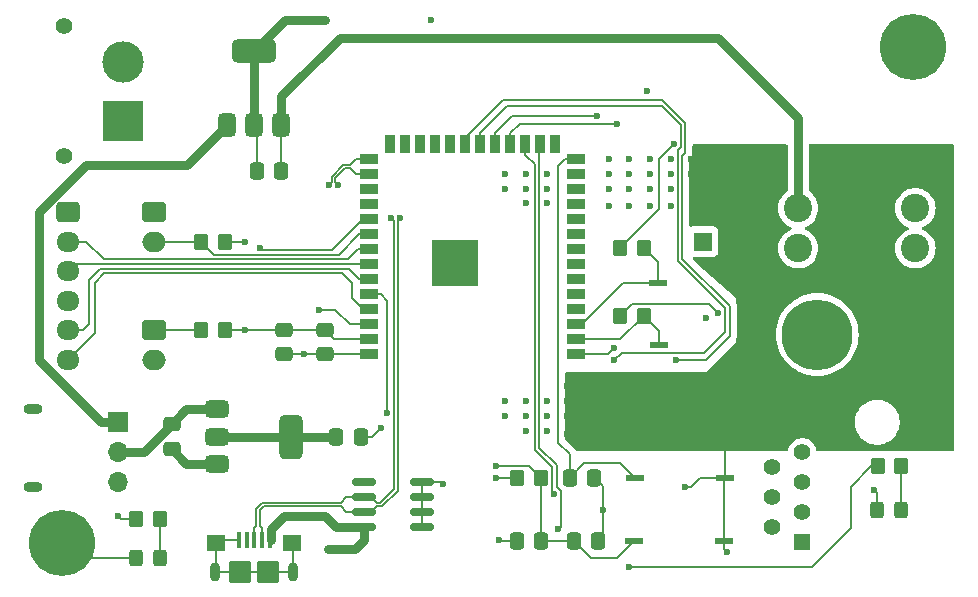
<source format=gbl>
%TF.GenerationSoftware,KiCad,Pcbnew,8.0.3-8.0.3-0~ubuntu22.04.1*%
%TF.CreationDate,2024-07-07T00:06:26-04:00*%
%TF.ProjectId,arm_drive_jl,61726d5f-6472-4697-9665-5f6a6c2e6b69,rev?*%
%TF.SameCoordinates,Original*%
%TF.FileFunction,Copper,L4,Bot*%
%TF.FilePolarity,Positive*%
%FSLAX46Y46*%
G04 Gerber Fmt 4.6, Leading zero omitted, Abs format (unit mm)*
G04 Created by KiCad (PCBNEW 8.0.3-8.0.3-0~ubuntu22.04.1) date 2024-07-07 00:06:26*
%MOMM*%
%LPD*%
G01*
G04 APERTURE LIST*
G04 Aperture macros list*
%AMRoundRect*
0 Rectangle with rounded corners*
0 $1 Rounding radius*
0 $2 $3 $4 $5 $6 $7 $8 $9 X,Y pos of 4 corners*
0 Add a 4 corners polygon primitive as box body*
4,1,4,$2,$3,$4,$5,$6,$7,$8,$9,$2,$3,0*
0 Add four circle primitives for the rounded corners*
1,1,$1+$1,$2,$3*
1,1,$1+$1,$4,$5*
1,1,$1+$1,$6,$7*
1,1,$1+$1,$8,$9*
0 Add four rect primitives between the rounded corners*
20,1,$1+$1,$2,$3,$4,$5,0*
20,1,$1+$1,$4,$5,$6,$7,0*
20,1,$1+$1,$6,$7,$8,$9,0*
20,1,$1+$1,$8,$9,$2,$3,0*%
G04 Aperture macros list end*
%TA.AperFunction,ComponentPad*%
%ADD10RoundRect,0.250000X-0.725000X0.600000X-0.725000X-0.600000X0.725000X-0.600000X0.725000X0.600000X0*%
%TD*%
%TA.AperFunction,ComponentPad*%
%ADD11O,1.950000X1.700000*%
%TD*%
%TA.AperFunction,ComponentPad*%
%ADD12RoundRect,0.250000X-0.750000X0.600000X-0.750000X-0.600000X0.750000X-0.600000X0.750000X0.600000X0*%
%TD*%
%TA.AperFunction,ComponentPad*%
%ADD13O,2.000000X1.700000*%
%TD*%
%TA.AperFunction,ComponentPad*%
%ADD14O,1.600000X0.900000*%
%TD*%
%TA.AperFunction,SMDPad,CuDef*%
%ADD15RoundRect,0.375000X0.375000X-0.625000X0.375000X0.625000X-0.375000X0.625000X-0.375000X-0.625000X0*%
%TD*%
%TA.AperFunction,SMDPad,CuDef*%
%ADD16RoundRect,0.500000X1.400000X-0.500000X1.400000X0.500000X-1.400000X0.500000X-1.400000X-0.500000X0*%
%TD*%
%TA.AperFunction,SMDPad,CuDef*%
%ADD17R,1.511300X0.609600*%
%TD*%
%TA.AperFunction,SMDPad,CuDef*%
%ADD18RoundRect,0.250000X-0.325000X-0.450000X0.325000X-0.450000X0.325000X0.450000X-0.325000X0.450000X0*%
%TD*%
%TA.AperFunction,SMDPad,CuDef*%
%ADD19RoundRect,0.150000X-0.825000X-0.150000X0.825000X-0.150000X0.825000X0.150000X-0.825000X0.150000X0*%
%TD*%
%TA.AperFunction,SMDPad,CuDef*%
%ADD20RoundRect,0.250000X0.350000X0.450000X-0.350000X0.450000X-0.350000X-0.450000X0.350000X-0.450000X0*%
%TD*%
%TA.AperFunction,SMDPad,CuDef*%
%ADD21RoundRect,0.250000X-0.350000X-0.450000X0.350000X-0.450000X0.350000X0.450000X-0.350000X0.450000X0*%
%TD*%
%TA.AperFunction,SMDPad,CuDef*%
%ADD22RoundRect,0.250000X-0.337500X-0.475000X0.337500X-0.475000X0.337500X0.475000X-0.337500X0.475000X0*%
%TD*%
%TA.AperFunction,ComponentPad*%
%ADD23C,1.400000*%
%TD*%
%TA.AperFunction,ComponentPad*%
%ADD24R,3.500000X3.500000*%
%TD*%
%TA.AperFunction,ComponentPad*%
%ADD25C,3.500000*%
%TD*%
%TA.AperFunction,ComponentPad*%
%ADD26R,1.600000X1.600000*%
%TD*%
%TA.AperFunction,ComponentPad*%
%ADD27C,1.600000*%
%TD*%
%TA.AperFunction,SMDPad,CuDef*%
%ADD28RoundRect,0.250000X-0.475000X0.337500X-0.475000X-0.337500X0.475000X-0.337500X0.475000X0.337500X0*%
%TD*%
%TA.AperFunction,ComponentPad*%
%ADD29C,2.400000*%
%TD*%
%TA.AperFunction,ComponentPad*%
%ADD30RoundRect,1.500000X1.500000X1.500000X-1.500000X1.500000X-1.500000X-1.500000X1.500000X-1.500000X0*%
%TD*%
%TA.AperFunction,ComponentPad*%
%ADD31C,6.000000*%
%TD*%
%TA.AperFunction,ComponentPad*%
%ADD32C,3.600000*%
%TD*%
%TA.AperFunction,ConnectorPad*%
%ADD33C,5.600000*%
%TD*%
%TA.AperFunction,SMDPad,CuDef*%
%ADD34RoundRect,0.250000X0.337500X0.475000X-0.337500X0.475000X-0.337500X-0.475000X0.337500X-0.475000X0*%
%TD*%
%TA.AperFunction,ComponentPad*%
%ADD35R,1.408000X1.408000*%
%TD*%
%TA.AperFunction,ComponentPad*%
%ADD36C,1.408000*%
%TD*%
%TA.AperFunction,SMDPad,CuDef*%
%ADD37RoundRect,0.375000X-0.625000X-0.375000X0.625000X-0.375000X0.625000X0.375000X-0.625000X0.375000X0*%
%TD*%
%TA.AperFunction,SMDPad,CuDef*%
%ADD38RoundRect,0.500000X-0.500000X-1.400000X0.500000X-1.400000X0.500000X1.400000X-0.500000X1.400000X0*%
%TD*%
%TA.AperFunction,ComponentPad*%
%ADD39R,1.700000X1.700000*%
%TD*%
%TA.AperFunction,ComponentPad*%
%ADD40O,1.700000X1.700000*%
%TD*%
%TA.AperFunction,SMDPad,CuDef*%
%ADD41RoundRect,0.100000X0.100000X0.575000X-0.100000X0.575000X-0.100000X-0.575000X0.100000X-0.575000X0*%
%TD*%
%TA.AperFunction,ComponentPad*%
%ADD42O,0.900000X1.600000*%
%TD*%
%TA.AperFunction,SMDPad,CuDef*%
%ADD43RoundRect,0.250000X0.550000X0.450000X-0.550000X0.450000X-0.550000X-0.450000X0.550000X-0.450000X0*%
%TD*%
%TA.AperFunction,SMDPad,CuDef*%
%ADD44RoundRect,0.250000X0.700000X0.700000X-0.700000X0.700000X-0.700000X-0.700000X0.700000X-0.700000X0*%
%TD*%
%TA.AperFunction,SMDPad,CuDef*%
%ADD45R,1.500000X0.900000*%
%TD*%
%TA.AperFunction,SMDPad,CuDef*%
%ADD46R,0.900000X1.500000*%
%TD*%
%TA.AperFunction,SMDPad,CuDef*%
%ADD47R,3.900000X3.900000*%
%TD*%
%TA.AperFunction,ViaPad*%
%ADD48C,0.600000*%
%TD*%
%TA.AperFunction,Conductor*%
%ADD49C,0.200000*%
%TD*%
%TA.AperFunction,Conductor*%
%ADD50C,0.750000*%
%TD*%
%TA.AperFunction,Conductor*%
%ADD51C,0.155814*%
%TD*%
G04 APERTURE END LIST*
D10*
%TO.P,J2,1*%
%TO.N,Net-(J6-VBUS)*%
X41500000Y-55000000D03*
D11*
%TO.P,J2,2*%
%TO.N,SCK*%
X41500000Y-57500000D03*
%TO.P,J2,3*%
%TO.N,MOSI*%
X41500000Y-60000000D03*
%TO.P,J2,4*%
%TO.N,GND*%
X41500000Y-62500000D03*
%TO.P,J2,5*%
%TO.N,MISO*%
X41500000Y-65000000D03*
%TO.P,J2,6*%
%TO.N,CS_ENC_J0*%
X41500000Y-67500000D03*
%TD*%
D12*
%TO.P,J8,1*%
%TO.N,GND*%
X48725000Y-55000000D03*
D13*
%TO.P,J8,2*%
%TO.N,LS_RIGHT*%
X48725000Y-57500000D03*
%TD*%
D14*
%TO.P,J6,6,Shield*%
%TO.N,GND*%
X38500000Y-78275000D03*
X38500000Y-71675000D03*
%TD*%
D15*
%TO.P,U6,1,INPUT*%
%TO.N,+24V*%
X59550000Y-47650000D03*
%TO.P,U6,2,GND*%
%TO.N,GND*%
X57250000Y-47650000D03*
D16*
X57250000Y-41350000D03*
D15*
%TO.P,U6,3,OUTPUT*%
%TO.N,Net-(JP1-A)*%
X54950000Y-47650000D03*
%TD*%
D17*
%TO.P,SW1,1*%
%TO.N,GND*%
X97107300Y-77500000D03*
%TO.P,SW1,2*%
%TO.N,GPIO_0*%
X89500000Y-77500000D03*
%TD*%
D18*
%TO.P,D2,1,K*%
%TO.N,GND*%
X47225000Y-84250000D03*
%TO.P,D2,2,A*%
%TO.N,Net-(D2-A)*%
X49275000Y-84250000D03*
%TD*%
D19*
%TO.P,U3,1*%
%TO.N,+5V_USB*%
X66525000Y-81655000D03*
%TO.P,U3,2*%
%TO.N,USB_N*%
X66525000Y-80385000D03*
%TO.P,U3,3*%
%TO.N,USB_P*%
X66525000Y-79115000D03*
%TO.P,U3,4*%
%TO.N,unconnected-(U3-Pad4)*%
X66525000Y-77845000D03*
%TO.P,U3,5*%
%TO.N,GND*%
X71475000Y-77845000D03*
%TO.P,U3,6*%
X71475000Y-79115000D03*
%TO.P,U3,7*%
X71475000Y-80385000D03*
%TO.P,U3,8*%
X71475000Y-81655000D03*
%TD*%
D20*
%TO.P,R2,1*%
%TO.N,PB_RIGHT_JL*%
X90250000Y-63750000D03*
%TO.P,R2,2*%
%TO.N,+3.3V*%
X88250000Y-63750000D03*
%TD*%
D21*
%TO.P,R10,1*%
%TO.N,+3.3V*%
X79500000Y-77500000D03*
%TO.P,R10,2*%
%TO.N,EN_PB*%
X81500000Y-77500000D03*
%TD*%
D22*
%TO.P,C22,1*%
%TO.N,+3.3V*%
X64212500Y-74000000D03*
%TO.P,C22,2*%
%TO.N,GND*%
X66287500Y-74000000D03*
%TD*%
D17*
%TO.P,SW2,1*%
%TO.N,GND*%
X97053650Y-82800000D03*
%TO.P,SW2,2*%
%TO.N,EN_PB*%
X89446350Y-82800000D03*
%TD*%
D23*
%TO.P,J5,*%
%TO.N,*%
X41150000Y-50250000D03*
X41150000Y-39250000D03*
D24*
%TO.P,J5,1,-*%
%TO.N,J1-*%
X46150000Y-47250000D03*
D25*
%TO.P,J5,2,+*%
%TO.N,J1+*%
X46150000Y-42250000D03*
%TD*%
D26*
%TO.P,C3,1*%
%TO.N,+24V*%
X95250000Y-57500000D03*
D27*
%TO.P,C3,2*%
%TO.N,GND*%
X95250000Y-54000000D03*
%TD*%
D21*
%TO.P,R15,1*%
%TO.N,LS_LEFT*%
X52750000Y-65000000D03*
%TO.P,R15,2*%
%TO.N,+3.3V*%
X54750000Y-65000000D03*
%TD*%
%TO.P,R1,1*%
%TO.N,+3.3V*%
X88250000Y-58000000D03*
%TO.P,R1,2*%
%TO.N,PB_LEFT_JL*%
X90250000Y-58000000D03*
%TD*%
D28*
%TO.P,C14,1*%
%TO.N,+3.3V*%
X59750000Y-64962500D03*
%TO.P,C14,2*%
%TO.N,GND*%
X59750000Y-67037500D03*
%TD*%
D29*
%TO.P,F1,1*%
%TO.N,+24V*%
X103310000Y-54662500D03*
X103310000Y-58062500D03*
%TO.P,F1,2*%
%TO.N,Net-(J4-+)*%
X113230000Y-54662500D03*
X113230000Y-58062500D03*
%TD*%
D12*
%TO.P,J7,1*%
%TO.N,LS_LEFT*%
X48750000Y-65000000D03*
D13*
%TO.P,J7,2*%
%TO.N,GND*%
X48750000Y-67500000D03*
%TD*%
D28*
%TO.P,C21,1*%
%TO.N,+5V*%
X50250000Y-72962500D03*
%TO.P,C21,2*%
%TO.N,GND*%
X50250000Y-75037500D03*
%TD*%
D30*
%TO.P,J4,1,-*%
%TO.N,GND*%
X112120000Y-65362500D03*
D31*
%TO.P,J4,2,+*%
%TO.N,Net-(J4-+)*%
X104920000Y-65362500D03*
%TD*%
D32*
%TO.P,H2,1,1*%
%TO.N,GND*%
X41000000Y-83000000D03*
D33*
X41000000Y-83000000D03*
%TD*%
D32*
%TO.P,H1,1,1*%
%TO.N,GND*%
X113000000Y-41000000D03*
D33*
X113000000Y-41000000D03*
%TD*%
D34*
%TO.P,C2,1*%
%TO.N,GND*%
X86375000Y-82800000D03*
%TO.P,C2,2*%
%TO.N,EN_PB*%
X84300000Y-82800000D03*
%TD*%
D35*
%TO.P,J3,1*%
%TO.N,CANH*%
X103650000Y-82945000D03*
D36*
%TO.P,J3,2*%
%TO.N,CANL*%
X101110000Y-81675000D03*
%TO.P,J3,3*%
%TO.N,unconnected-(J3-Pad3)*%
X103650000Y-80405000D03*
%TO.P,J3,4*%
%TO.N,unconnected-(J3-Pad4)*%
X101110000Y-79135000D03*
%TO.P,J3,5*%
%TO.N,unconnected-(J3-Pad5)*%
X103650000Y-77865000D03*
%TO.P,J3,6*%
%TO.N,unconnected-(J3-Pad6)*%
X101110000Y-76595000D03*
%TO.P,J3,7*%
%TO.N,unconnected-(J3-Pad7)*%
X103650000Y-75325000D03*
%TO.P,J3,8*%
%TO.N,GND*%
X101110000Y-74055000D03*
%TD*%
D20*
%TO.P,R11,1*%
%TO.N,Net-(D1-A)*%
X112025000Y-76500000D03*
%TO.P,R11,2*%
%TO.N,LED_BUILDIN*%
X110025000Y-76500000D03*
%TD*%
D17*
%TO.P,SW3,2*%
%TO.N,PB_LEFT_JL*%
X91446350Y-61000000D03*
%TO.P,SW3,1*%
%TO.N,GND*%
X99053650Y-61000000D03*
%TD*%
D37*
%TO.P,U7,3,INPUT*%
%TO.N,+5V*%
X54100000Y-71700000D03*
D38*
%TO.P,U7,2,OUTPUT*%
%TO.N,+3.3V*%
X60400000Y-74000000D03*
D37*
X54100000Y-74000000D03*
%TO.P,U7,1,GND*%
%TO.N,GND*%
X54100000Y-76300000D03*
%TD*%
D34*
%TO.P,C20,1*%
%TO.N,+24V*%
X59537500Y-51500000D03*
%TO.P,C20,2*%
%TO.N,GND*%
X57462500Y-51500000D03*
%TD*%
%TO.P,C16,1*%
%TO.N,EN_PB*%
X81537500Y-82800000D03*
%TO.P,C16,2*%
%TO.N,GND*%
X79462500Y-82800000D03*
%TD*%
D28*
%TO.P,C15,1*%
%TO.N,+3.3V*%
X63250000Y-64962500D03*
%TO.P,C15,2*%
%TO.N,GND*%
X63250000Y-67037500D03*
%TD*%
D18*
%TO.P,D1,1,K*%
%TO.N,GND*%
X109975000Y-80250000D03*
%TO.P,D1,2,A*%
%TO.N,Net-(D1-A)*%
X112025000Y-80250000D03*
%TD*%
D39*
%TO.P,JP1,1,A*%
%TO.N,Net-(JP1-A)*%
X45750000Y-72750000D03*
D40*
%TO.P,JP1,2,C*%
%TO.N,+5V*%
X45750000Y-75290000D03*
%TO.P,JP1,3,B*%
%TO.N,+5V_USB*%
X45750000Y-77830000D03*
%TD*%
D17*
%TO.P,SW4,1*%
%TO.N,GND*%
X99153650Y-66280000D03*
%TO.P,SW4,2*%
%TO.N,PB_RIGHT_JL*%
X91546350Y-66280000D03*
%TD*%
D34*
%TO.P,C1,1*%
%TO.N,GND*%
X86037500Y-77500000D03*
%TO.P,C1,2*%
%TO.N,GPIO_0*%
X83962500Y-77500000D03*
%TD*%
D20*
%TO.P,R14,1*%
%TO.N,Net-(D2-A)*%
X49250000Y-81000000D03*
%TO.P,R14,2*%
%TO.N,+3.3V*%
X47250000Y-81000000D03*
%TD*%
D21*
%TO.P,R5,1*%
%TO.N,LS_RIGHT*%
X52750000Y-57500000D03*
%TO.P,R5,2*%
%TO.N,+3.3V*%
X54750000Y-57500000D03*
%TD*%
D41*
%TO.P,J1,1,VBUS*%
%TO.N,+5V_USB*%
X58550000Y-82750000D03*
%TO.P,J1,2,D-*%
%TO.N,USB_N*%
X57900000Y-82750000D03*
%TO.P,J1,3,D+*%
%TO.N,USB_P*%
X57250000Y-82750000D03*
%TO.P,J1,4,ID*%
%TO.N,unconnected-(J1-ID-Pad4)*%
X56600000Y-82750000D03*
%TO.P,J1,5,GND*%
%TO.N,GND*%
X55950000Y-82750000D03*
D42*
%TO.P,J1,6,Shield*%
X60550000Y-85425000D03*
D43*
X60450000Y-82975000D03*
D44*
X58450000Y-85425000D03*
X56050000Y-85425000D03*
D43*
X54050000Y-82975000D03*
D42*
X53950000Y-85425000D03*
%TD*%
D45*
%TO.P,U4,1,GND*%
%TO.N,GND*%
X67000000Y-67010000D03*
%TO.P,U4,2,3V3*%
%TO.N,+3.3V*%
X67000000Y-65740000D03*
%TO.P,U4,3,EN*%
%TO.N,EN_PB*%
X67000000Y-64470000D03*
%TO.P,U4,4,IO4*%
%TO.N,CS_ENC_J0*%
X67000000Y-63200000D03*
%TO.P,U4,5,IO5*%
%TO.N,LED_BUILDIN*%
X67000000Y-61930000D03*
%TO.P,U4,6,IO6*%
%TO.N,MISO*%
X67000000Y-60660000D03*
%TO.P,U4,7,IO7*%
%TO.N,MOSI*%
X67000000Y-59390000D03*
%TO.P,U4,8,IO15*%
%TO.N,SCK*%
X67000000Y-58120000D03*
%TO.P,U4,9,IO16*%
%TO.N,LS_RIGHT*%
X67000000Y-56850000D03*
%TO.P,U4,10,IO17*%
%TO.N,LS_LEFT*%
X67000000Y-55580000D03*
%TO.P,U4,11,IO18*%
%TO.N,unconnected-(U4-IO18-Pad11)*%
X67000000Y-54310000D03*
%TO.P,U4,12,IO8*%
%TO.N,unconnected-(U4-IO8-Pad12)*%
X67000000Y-53040000D03*
%TO.P,U4,13,IO19*%
%TO.N,USB_N*%
X67000000Y-51770000D03*
%TO.P,U4,14,IO20*%
%TO.N,USB_P*%
X67000000Y-50500000D03*
D46*
%TO.P,U4,15,IO3*%
%TO.N,unconnected-(U4-IO3-Pad15)*%
X68765000Y-49250000D03*
%TO.P,U4,16,IO46*%
%TO.N,unconnected-(U4-IO46-Pad16)*%
X70035000Y-49250000D03*
%TO.P,U4,17,IO9*%
%TO.N,unconnected-(U4-IO9-Pad17)*%
X71305000Y-49250000D03*
%TO.P,U4,18,IO10*%
%TO.N,unconnected-(U4-IO10-Pad18)*%
X72575000Y-49250000D03*
%TO.P,U4,19,IO11*%
%TO.N,unconnected-(U4-IO11-Pad19)*%
X73845000Y-49250000D03*
%TO.P,U4,20,IO12*%
%TO.N,J1_IN_2*%
X75115000Y-49250000D03*
%TO.P,U4,21,IO13*%
%TO.N,J1_EN_2*%
X76385000Y-49250000D03*
%TO.P,U4,22,IO14*%
%TO.N,J1_EN_1*%
X77655000Y-49250000D03*
%TO.P,U4,23,IO21*%
%TO.N,J1_IN_1*%
X78925000Y-49250000D03*
%TO.P,U4,24,IO47*%
%TO.N,RXC*%
X80195000Y-49250000D03*
%TO.P,U4,25,IO48*%
%TO.N,TXC*%
X81465000Y-49250000D03*
%TO.P,U4,26,IO45*%
%TO.N,unconnected-(U4-IO45-Pad26)*%
X82735000Y-49250000D03*
D45*
%TO.P,U4,27,IO0*%
%TO.N,GPIO_0*%
X84500000Y-50500000D03*
%TO.P,U4,28,IO35*%
%TO.N,unconnected-(U4-IO35-Pad28)*%
X84500000Y-51770000D03*
%TO.P,U4,29,IO36*%
%TO.N,unconnected-(U4-IO36-Pad29)*%
X84500000Y-53040000D03*
%TO.P,U4,30,IO37*%
%TO.N,unconnected-(U4-IO37-Pad30)*%
X84500000Y-54310000D03*
%TO.P,U4,31,IO38*%
%TO.N,unconnected-(U4-IO38-Pad31)*%
X84500000Y-55580000D03*
%TO.P,U4,32,IO39*%
%TO.N,unconnected-(U4-IO39-Pad32)*%
X84500000Y-56850000D03*
%TO.P,U4,33,IO40*%
%TO.N,unconnected-(U4-IO40-Pad33)*%
X84500000Y-58120000D03*
%TO.P,U4,34,IO41*%
%TO.N,unconnected-(U4-IO41-Pad34)*%
X84500000Y-59390000D03*
%TO.P,U4,35,IO42*%
%TO.N,unconnected-(U4-IO42-Pad35)*%
X84500000Y-60660000D03*
%TO.P,U4,36,RXD0*%
%TO.N,unconnected-(U4-RXD0-Pad36)*%
X84500000Y-61930000D03*
%TO.P,U4,37,TXD0*%
%TO.N,unconnected-(U4-TXD0-Pad37)*%
X84500000Y-63200000D03*
%TO.P,U4,38,IO2*%
%TO.N,PB_LEFT_JL*%
X84500000Y-64470000D03*
%TO.P,U4,39,IO1*%
%TO.N,PB_RIGHT_JL*%
X84500000Y-65740000D03*
%TO.P,U4,40,GND*%
%TO.N,GND*%
X84500000Y-67010000D03*
D47*
%TO.P,U4,41,GND*%
X74250000Y-59290000D03*
%TD*%
D48*
%TO.N,GND*%
X109750000Y-78500000D03*
%TO.N,LED_BUILDIN*%
X89000000Y-85000000D03*
X68500000Y-72000000D03*
%TO.N,GND*%
X87750000Y-66500000D03*
X97250000Y-83750000D03*
X93750000Y-78250000D03*
X95500000Y-64000000D03*
%TO.N,TXC*%
X83000000Y-81850000D03*
%TO.N,RXC*%
X82625000Y-78875000D03*
%TO.N,GND*%
X75500000Y-60250000D03*
X73250000Y-78000000D03*
X78000000Y-82750000D03*
%TO.N,+3.3V*%
X77750000Y-77500000D03*
%TO.N,GND*%
X86750000Y-80250000D03*
X72250000Y-38750000D03*
%TO.N,LS_LEFT*%
X57750000Y-57990000D03*
%TO.N,+3.3V*%
X56500000Y-65000000D03*
X56500000Y-57500000D03*
X45750000Y-80750000D03*
X58500000Y-74000000D03*
X57250000Y-74000000D03*
X56000000Y-74000000D03*
%TO.N,GND*%
X51250000Y-76000000D03*
X52250000Y-76300000D03*
X61500000Y-67000000D03*
X68000000Y-73250000D03*
%TO.N,EN_PB*%
X77750000Y-76500000D03*
X62750000Y-63250000D03*
%TO.N,+3.3V*%
X96500000Y-63500000D03*
X92750000Y-49250000D03*
%TO.N,GND*%
X90500000Y-44750000D03*
%TO.N,J1_IN_1*%
X88000000Y-47500000D03*
%TO.N,J1_EN_1*%
X86250000Y-46850000D03*
%TO.N,J1_EN_2*%
X87750000Y-67500000D03*
%TO.N,J1_IN_2*%
X93000000Y-67500000D03*
%TO.N,GND*%
X102750000Y-71000000D03*
X102750000Y-72250000D03*
X101250000Y-69750000D03*
X101250000Y-71000000D03*
X101250000Y-72250000D03*
X99500000Y-69750000D03*
X99500000Y-71000000D03*
X99500000Y-72250000D03*
X99500000Y-73750000D03*
X94250000Y-73750000D03*
X96000000Y-73750000D03*
X96000000Y-72250000D03*
X94250000Y-72250000D03*
X83750000Y-71000000D03*
X94250000Y-69750000D03*
X85500000Y-72250000D03*
X92500000Y-72250000D03*
X87250000Y-72250000D03*
X85500000Y-69750000D03*
X82000000Y-71000000D03*
X87250000Y-73750000D03*
X90750000Y-73750000D03*
X92500000Y-73750000D03*
X89000000Y-73750000D03*
X83750000Y-69750000D03*
X83750000Y-73750000D03*
X78500000Y-72250000D03*
X80250000Y-71000000D03*
X92500000Y-69750000D03*
X89000000Y-72250000D03*
X90750000Y-71000000D03*
X89000000Y-71000000D03*
X78500000Y-71000000D03*
X96000000Y-69750000D03*
X80250000Y-72250000D03*
X85500000Y-73750000D03*
X97750000Y-73750000D03*
X89000000Y-69750000D03*
X97750000Y-71000000D03*
X92500000Y-71000000D03*
X97750000Y-72250000D03*
X87250000Y-69750000D03*
X90750000Y-72250000D03*
X82000000Y-72250000D03*
X87250000Y-71000000D03*
X82000000Y-73500000D03*
X85500000Y-71000000D03*
X80250000Y-73500000D03*
X83750000Y-72250000D03*
X96000000Y-71000000D03*
X94250000Y-71000000D03*
X90750000Y-69750000D03*
X97750000Y-69750000D03*
X92500000Y-54500000D03*
X89000000Y-54500000D03*
X87250000Y-54500000D03*
X90750000Y-54500000D03*
X97750000Y-54500000D03*
X99250000Y-53000000D03*
X97750000Y-50500000D03*
X90750000Y-50500000D03*
X89000000Y-50500000D03*
X92500000Y-50500000D03*
X87250000Y-50500000D03*
X96000000Y-50500000D03*
X94250000Y-50500000D03*
X97750000Y-51750000D03*
X96000000Y-51750000D03*
X94250000Y-51750000D03*
X97750000Y-53000000D03*
X92500000Y-51750000D03*
X89000000Y-53000000D03*
X90750000Y-51750000D03*
X89000000Y-51750000D03*
X90750000Y-53000000D03*
X92500000Y-53000000D03*
X87250000Y-51750000D03*
X87250000Y-53000000D03*
X80250000Y-54250000D03*
X82000000Y-54250000D03*
X82000000Y-53000000D03*
X80250000Y-53000000D03*
X78500000Y-53000000D03*
X82000000Y-51750000D03*
X80250000Y-51750000D03*
X78500000Y-51750000D03*
X60000000Y-38750000D03*
X61500000Y-38750000D03*
X63250000Y-38750000D03*
%TO.N,+5V_USB*%
X63500000Y-83500000D03*
X64750000Y-83500000D03*
%TO.N,USB_N*%
X64333775Y-52667597D03*
%TO.N,USB_P*%
X63581375Y-52667597D03*
%TO.N,USB_N*%
X69626200Y-55500000D03*
%TO.N,USB_P*%
X68873800Y-55500000D03*
%TD*%
D49*
%TO.N,GND*%
X109975000Y-78725000D02*
X109750000Y-78500000D01*
X109975000Y-80250000D02*
X109975000Y-78725000D01*
%TO.N,LED_BUILDIN*%
X89000000Y-85000000D02*
X104500000Y-85000000D01*
X104500000Y-85000000D02*
X107750000Y-81750000D01*
X107750000Y-81750000D02*
X107750000Y-78250000D01*
X107750000Y-78250000D02*
X109500000Y-76500000D01*
X109500000Y-76500000D02*
X110025000Y-76500000D01*
%TO.N,Net-(D1-A)*%
X112025000Y-76500000D02*
X112025000Y-80250000D01*
%TO.N,LED_BUILDIN*%
X67000000Y-61930000D02*
X67950000Y-61930000D01*
X67950000Y-61930000D02*
X68500000Y-62480000D01*
X68500000Y-62480000D02*
X68500000Y-72000000D01*
%TO.N,GND*%
X60550000Y-85425000D02*
X60550000Y-83075000D01*
X60550000Y-83075000D02*
X60450000Y-82975000D01*
X58450000Y-85425000D02*
X60550000Y-85425000D01*
X56050000Y-85425000D02*
X58450000Y-85425000D01*
X53950000Y-85425000D02*
X56050000Y-85425000D01*
X54050000Y-82975000D02*
X54050000Y-85325000D01*
X54050000Y-85325000D02*
X53950000Y-85425000D01*
X55950000Y-82750000D02*
X54275000Y-82750000D01*
X54275000Y-82750000D02*
X54050000Y-82975000D01*
D50*
%TO.N,+5V_USB*%
X59750000Y-80750000D02*
X58675000Y-81825000D01*
X58675000Y-81825000D02*
X58675000Y-82750000D01*
D51*
%TO.N,USB_N*%
X64581606Y-79904107D02*
X58063835Y-79904107D01*
X65062499Y-80385000D02*
X64581606Y-79904107D01*
%TO.N,USB_P*%
X57420893Y-80111165D02*
X57420893Y-81566606D01*
X57250000Y-81737499D02*
X57250000Y-82750000D01*
%TO.N,USB_N*%
X66525000Y-80385000D02*
X65062499Y-80385000D01*
%TO.N,USB_P*%
X57420893Y-81566606D02*
X57250000Y-81737499D01*
%TO.N,USB_N*%
X58063835Y-79904107D02*
X57729107Y-80238835D01*
X57729107Y-81566606D02*
X57900000Y-81737499D01*
X57729107Y-80238835D02*
X57729107Y-81566606D01*
%TO.N,USB_P*%
X57936165Y-79595893D02*
X57420893Y-80111165D01*
X64581606Y-79595893D02*
X57936165Y-79595893D01*
X65062499Y-79115000D02*
X64581606Y-79595893D01*
%TO.N,USB_N*%
X57900000Y-81737499D02*
X57900000Y-82750000D01*
%TO.N,USB_P*%
X66525000Y-79115000D02*
X65062499Y-79115000D01*
D50*
%TO.N,+5V_USB*%
X66525000Y-81655000D02*
X64155000Y-81655000D01*
X64155000Y-81655000D02*
X63250000Y-80750000D01*
X63250000Y-80750000D02*
X59750000Y-80750000D01*
D49*
%TO.N,J1_IN_2*%
X75115000Y-49250000D02*
X75115000Y-48720000D01*
X75115000Y-48720000D02*
X78335000Y-45500000D01*
X93500000Y-58934314D02*
X97500000Y-62934314D01*
X78335000Y-45500000D02*
X91815686Y-45500000D01*
X91815686Y-45500000D02*
X93750000Y-47434314D01*
X93500000Y-50251471D02*
X93500000Y-58934314D01*
X95500000Y-67500000D02*
X93000000Y-67500000D01*
X93750000Y-47434314D02*
X93750000Y-50001471D01*
X93750000Y-50001471D02*
X93500000Y-50251471D01*
X97500000Y-62934314D02*
X97500000Y-65500000D01*
X97500000Y-65500000D02*
X95500000Y-67500000D01*
%TO.N,J1_EN_2*%
X76385000Y-49250000D02*
X76385000Y-48300000D01*
X76385000Y-48300000D02*
X78685000Y-46000000D01*
X78685000Y-46000000D02*
X91750000Y-46000000D01*
X91750000Y-46000000D02*
X93350000Y-47600000D01*
X93350000Y-47600000D02*
X93350000Y-49498529D01*
X93350000Y-49498529D02*
X93100000Y-49748529D01*
X93100000Y-49748529D02*
X93100000Y-59100000D01*
X93100000Y-59100000D02*
X97100000Y-63100000D01*
X97100000Y-63100000D02*
X97100000Y-65150000D01*
X88350000Y-66900000D02*
X87750000Y-67500000D01*
X97100000Y-65150000D02*
X95350000Y-66900000D01*
X95350000Y-66900000D02*
X88350000Y-66900000D01*
%TO.N,GND*%
X87240000Y-67010000D02*
X87750000Y-66500000D01*
X84500000Y-67010000D02*
X87240000Y-67010000D01*
X97053650Y-82800000D02*
X97053650Y-83553650D01*
X97053650Y-83553650D02*
X97250000Y-83750000D01*
X93750000Y-78250000D02*
X94250000Y-78250000D01*
X94250000Y-78250000D02*
X95000000Y-77500000D01*
X95000000Y-77500000D02*
X97107300Y-77500000D01*
%TO.N,RXC*%
X82625000Y-78875000D02*
X82500000Y-78750000D01*
X82500000Y-78750000D02*
X82500000Y-76601471D01*
X82500000Y-76601471D02*
X81000000Y-75101471D01*
X81000000Y-75101471D02*
X81000000Y-50950735D01*
X81000000Y-50950735D02*
X80195000Y-50145735D01*
X80195000Y-50145735D02*
X80195000Y-49250000D01*
%TO.N,TXC*%
X83000000Y-81850000D02*
X83225000Y-81625000D01*
X83225000Y-81625000D02*
X83225000Y-78626471D01*
X83225000Y-78626471D02*
X82900000Y-78301471D01*
X82900000Y-78301471D02*
X82900000Y-76435785D01*
X82900000Y-76435785D02*
X81400000Y-74935785D01*
X81400000Y-74935785D02*
X81400000Y-49315000D01*
X81400000Y-49315000D02*
X81465000Y-49250000D01*
%TO.N,GPIO_0*%
X84500000Y-50500000D02*
X83550000Y-50500000D01*
X83550000Y-50500000D02*
X83000000Y-51050000D01*
X84000000Y-77462500D02*
X83962500Y-77500000D01*
X83000000Y-51050000D02*
X83000000Y-74500000D01*
X83000000Y-74500000D02*
X84000000Y-75500000D01*
X84000000Y-75500000D02*
X84000000Y-77462500D01*
%TO.N,GND*%
X71475000Y-80385000D02*
X71475000Y-81655000D01*
X71475000Y-79115000D02*
X71475000Y-80385000D01*
X71475000Y-77845000D02*
X71475000Y-79115000D01*
X73095000Y-77845000D02*
X73250000Y-78000000D01*
X71475000Y-77845000D02*
X73095000Y-77845000D01*
%TO.N,GPIO_0*%
X83962500Y-77500000D02*
X85212500Y-76250000D01*
X85212500Y-76250000D02*
X88250000Y-76250000D01*
X88250000Y-76250000D02*
X89500000Y-77500000D01*
%TO.N,GND*%
X78050000Y-82800000D02*
X78000000Y-82750000D01*
X79462500Y-82800000D02*
X78050000Y-82800000D01*
%TO.N,+3.3V*%
X79500000Y-77500000D02*
X77750000Y-77500000D01*
%TO.N,GND*%
X97107300Y-77500000D02*
X97107300Y-77642700D01*
X97107300Y-77642700D02*
X97053650Y-77696350D01*
X97053650Y-77696350D02*
X97053650Y-82800000D01*
X97750000Y-73750000D02*
X97107300Y-74392700D01*
X97107300Y-74392700D02*
X97107300Y-77500000D01*
%TO.N,EN_PB*%
X84300000Y-82800000D02*
X85750000Y-84250000D01*
X85750000Y-84250000D02*
X87996350Y-84250000D01*
X87996350Y-84250000D02*
X89446350Y-82800000D01*
%TO.N,GND*%
X86375000Y-82800000D02*
X86750000Y-82425000D01*
X86750000Y-78212500D02*
X86037500Y-77500000D01*
X86750000Y-82425000D02*
X86750000Y-78212500D01*
%TO.N,EN_PB*%
X81537500Y-82800000D02*
X84300000Y-82800000D01*
X81500000Y-77500000D02*
X81500000Y-77750000D01*
X81500000Y-77750000D02*
X81537500Y-77787500D01*
X81537500Y-77787500D02*
X81537500Y-82800000D01*
%TO.N,GND*%
X57462500Y-51500000D02*
X57462500Y-47862500D01*
X57462500Y-47862500D02*
X57250000Y-47650000D01*
%TO.N,+24V*%
X59550000Y-47650000D02*
X59550000Y-48200000D01*
X59550000Y-48200000D02*
X59537500Y-48212500D01*
X59537500Y-48212500D02*
X59537500Y-51500000D01*
%TO.N,CS_ENC_J0*%
X41500000Y-67500000D02*
X43750000Y-65250000D01*
X43750000Y-65250000D02*
X43750000Y-61000000D01*
X66470000Y-63200000D02*
X67000000Y-63200000D01*
X43750000Y-61000000D02*
X44560000Y-60190000D01*
X44560000Y-60190000D02*
X64690000Y-60190000D01*
X65500000Y-62230000D02*
X66470000Y-63200000D01*
X64690000Y-60190000D02*
X65500000Y-61000000D01*
X65500000Y-61000000D02*
X65500000Y-62230000D01*
%TO.N,LS_LEFT*%
X57750000Y-57990000D02*
X57950000Y-58190000D01*
X57950000Y-58190000D02*
X63810000Y-58190000D01*
X63810000Y-58190000D02*
X66420000Y-55580000D01*
X66420000Y-55580000D02*
X67000000Y-55580000D01*
%TO.N,LS_RIGHT*%
X52750000Y-57500000D02*
X53840000Y-58590000D01*
X53840000Y-58590000D02*
X64410000Y-58590000D01*
X64410000Y-58590000D02*
X66150000Y-56850000D01*
X66150000Y-56850000D02*
X67000000Y-56850000D01*
%TO.N,SCK*%
X67000000Y-58120000D02*
X66050000Y-58120000D01*
X66050000Y-58120000D02*
X65180000Y-58990000D01*
X65180000Y-58990000D02*
X44490000Y-58990000D01*
X44490000Y-58990000D02*
X43000000Y-57500000D01*
X43000000Y-57500000D02*
X41500000Y-57500000D01*
%TO.N,MISO*%
X67000000Y-60660000D02*
X66160000Y-60660000D01*
X66160000Y-60660000D02*
X65290000Y-59790000D01*
X65290000Y-59790000D02*
X44210000Y-59790000D01*
X44210000Y-59790000D02*
X43250000Y-60750000D01*
X43250000Y-60750000D02*
X43250000Y-64500000D01*
X43250000Y-64500000D02*
X42750000Y-65000000D01*
X42750000Y-65000000D02*
X41500000Y-65000000D01*
%TO.N,LS_LEFT*%
X52750000Y-65000000D02*
X48750000Y-65000000D01*
%TO.N,+3.3V*%
X54750000Y-57500000D02*
X56500000Y-57500000D01*
%TO.N,LS_RIGHT*%
X48725000Y-57500000D02*
X52750000Y-57500000D01*
%TO.N,GND*%
X47225000Y-84250000D02*
X42250000Y-84250000D01*
X42250000Y-84250000D02*
X41000000Y-83000000D01*
%TO.N,Net-(D2-A)*%
X49250000Y-81000000D02*
X49250000Y-84225000D01*
X49250000Y-84225000D02*
X49275000Y-84250000D01*
%TO.N,+3.3V*%
X46000000Y-81000000D02*
X45750000Y-80750000D01*
X47250000Y-81000000D02*
X46000000Y-81000000D01*
D50*
%TO.N,GND*%
X50250000Y-75037500D02*
X51512500Y-76300000D01*
X51512500Y-76300000D02*
X54100000Y-76300000D01*
%TO.N,+5V*%
X45750000Y-75290000D02*
X47922500Y-75290000D01*
X47922500Y-75290000D02*
X50250000Y-72962500D01*
X54100000Y-71700000D02*
X51512500Y-71700000D01*
X51512500Y-71700000D02*
X50250000Y-72962500D01*
%TO.N,+3.3V*%
X60400000Y-74000000D02*
X64212500Y-74000000D01*
X54100000Y-74000000D02*
X60400000Y-74000000D01*
D49*
%TO.N,GND*%
X67250000Y-74000000D02*
X68000000Y-73250000D01*
X66287500Y-74000000D02*
X67250000Y-74000000D01*
X63250000Y-67037500D02*
X63462500Y-67037500D01*
X63462500Y-67037500D02*
X63490000Y-67010000D01*
X63490000Y-67010000D02*
X67000000Y-67010000D01*
X59750000Y-67037500D02*
X63250000Y-67037500D01*
%TO.N,+3.3V*%
X63250000Y-64962500D02*
X64027500Y-65740000D01*
X64027500Y-65740000D02*
X67000000Y-65740000D01*
X59750000Y-64962500D02*
X63250000Y-64962500D01*
X54750000Y-65000000D02*
X59712500Y-65000000D01*
X59712500Y-65000000D02*
X59750000Y-64962500D01*
%TO.N,EN_PB*%
X65339744Y-64470000D02*
X67000000Y-64470000D01*
X62750000Y-63250000D02*
X64119744Y-63250000D01*
X64119744Y-63250000D02*
X65339744Y-64470000D01*
X77750000Y-76500000D02*
X80500000Y-76500000D01*
X80500000Y-76500000D02*
X81500000Y-77500000D01*
%TO.N,GND*%
X99153650Y-66280000D02*
X99153650Y-69403650D01*
X99153650Y-69403650D02*
X99500000Y-69750000D01*
%TO.N,+3.3V*%
X92750000Y-49250000D02*
X91500000Y-50500000D01*
X91500000Y-50500000D02*
X91500000Y-54750000D01*
X91500000Y-54750000D02*
X88250000Y-58000000D01*
X95750000Y-62750000D02*
X96500000Y-63500000D01*
X89250000Y-62750000D02*
X95750000Y-62750000D01*
X88250000Y-63750000D02*
X89250000Y-62750000D01*
%TO.N,PB_LEFT_JL*%
X84500000Y-64470000D02*
X85030000Y-64470000D01*
X85030000Y-64470000D02*
X88500000Y-61000000D01*
X88500000Y-61000000D02*
X91446350Y-61000000D01*
%TO.N,PB_RIGHT_JL*%
X91546350Y-66280000D02*
X91546350Y-65046350D01*
X91546350Y-65046350D02*
X90250000Y-63750000D01*
X84500000Y-65740000D02*
X88260000Y-65740000D01*
X88260000Y-65740000D02*
X90250000Y-63750000D01*
%TO.N,PB_LEFT_JL*%
X91446350Y-61000000D02*
X91446350Y-59196350D01*
X91446350Y-59196350D02*
X90250000Y-58000000D01*
%TO.N,J1_IN_1*%
X78925000Y-48300000D02*
X79725000Y-47500000D01*
X79725000Y-47500000D02*
X88000000Y-47500000D01*
X78925000Y-49250000D02*
X78925000Y-48300000D01*
%TO.N,J1_EN_1*%
X79105000Y-46850000D02*
X86250000Y-46850000D01*
X77655000Y-48300000D02*
X79105000Y-46850000D01*
X77655000Y-49250000D02*
X77655000Y-48300000D01*
D50*
%TO.N,GND*%
X61500000Y-38750000D02*
X63250000Y-38750000D01*
X61500000Y-38750000D02*
X60000000Y-38750000D01*
X57250000Y-41350000D02*
X59850000Y-38750000D01*
X59850000Y-38750000D02*
X60000000Y-38750000D01*
X57250000Y-41350000D02*
X57250000Y-47650000D01*
%TO.N,+24V*%
X103310000Y-54662500D02*
X103310000Y-47060000D01*
X103310000Y-47060000D02*
X96500000Y-40250000D01*
X96500000Y-40250000D02*
X64500000Y-40250000D01*
X64500000Y-40250000D02*
X59550000Y-45200000D01*
X59550000Y-45200000D02*
X59550000Y-47650000D01*
%TO.N,Net-(JP1-A)*%
X45750000Y-72750000D02*
X44250000Y-72750000D01*
X44250000Y-72750000D02*
X39000000Y-67500000D01*
X39000000Y-67500000D02*
X39000000Y-55001346D01*
X39000000Y-55001346D02*
X43001346Y-51000000D01*
X43001346Y-51000000D02*
X51600000Y-51000000D01*
X51600000Y-51000000D02*
X54950000Y-47650000D01*
%TO.N,+5V_USB*%
X66525000Y-81655000D02*
X66525000Y-82725000D01*
X66525000Y-82725000D02*
X65750000Y-83500000D01*
X65750000Y-83500000D02*
X64750000Y-83500000D01*
X64750000Y-83500000D02*
X63500000Y-83500000D01*
D51*
%TO.N,USB_P*%
X63803467Y-52445505D02*
X63803467Y-51978591D01*
X63581375Y-52667597D02*
X63803467Y-52445505D01*
X63803467Y-51978591D02*
X64801165Y-50980893D01*
%TO.N,USB_N*%
X64333775Y-52667597D02*
X64111683Y-52445505D01*
%TO.N,USB_P*%
X64801165Y-50980893D02*
X65394106Y-50980893D01*
%TO.N,USB_N*%
X64111683Y-52445505D02*
X64111683Y-52106259D01*
%TO.N,USB_P*%
X65394106Y-50980893D02*
X65874999Y-50500000D01*
%TO.N,USB_N*%
X64111683Y-52106259D02*
X64928835Y-51289107D01*
%TO.N,USB_P*%
X65874999Y-50500000D02*
X67000000Y-50500000D01*
%TO.N,USB_N*%
X64928835Y-51289107D02*
X65394106Y-51289107D01*
X65394106Y-51289107D02*
X65874999Y-51770000D01*
X65874999Y-51770000D02*
X67000000Y-51770000D01*
X67200000Y-80385000D02*
X67680893Y-79904107D01*
X66525000Y-80385000D02*
X67200000Y-80385000D01*
%TO.N,USB_P*%
X69095892Y-55722092D02*
X68873800Y-55500000D01*
%TO.N,USB_N*%
X69404108Y-55722092D02*
X69626200Y-55500000D01*
%TO.N,USB_P*%
X69095892Y-78436166D02*
X69095892Y-55722092D01*
%TO.N,USB_N*%
X69404108Y-78563834D02*
X69404108Y-55722092D01*
%TO.N,USB_P*%
X67680893Y-79595893D02*
X67936165Y-79595893D01*
%TO.N,USB_N*%
X67680893Y-79904107D02*
X68063835Y-79904107D01*
%TO.N,USB_P*%
X67936165Y-79595893D02*
X69095892Y-78436166D01*
%TO.N,USB_N*%
X68063835Y-79904107D02*
X69404108Y-78563834D01*
%TO.N,USB_P*%
X66525000Y-79115000D02*
X67200000Y-79115000D01*
X67200000Y-79115000D02*
X67680893Y-79595893D01*
D49*
%TO.N,MOSI*%
X41500000Y-60000000D02*
X42110000Y-59390000D01*
X42110000Y-59390000D02*
X67000000Y-59390000D01*
%TD*%
%TA.AperFunction,Conductor*%
%TO.N,GND*%
G36*
X102377539Y-49269685D02*
G01*
X102423294Y-49322489D01*
X102434500Y-49374000D01*
X102434500Y-53135748D01*
X102414815Y-53202787D01*
X102380352Y-53238201D01*
X102246786Y-53329264D01*
X102059952Y-53502621D01*
X102059950Y-53502623D01*
X101901041Y-53701888D01*
X101773608Y-53922609D01*
X101680492Y-54159862D01*
X101680490Y-54159869D01*
X101623777Y-54408345D01*
X101604732Y-54662495D01*
X101604732Y-54662504D01*
X101623777Y-54916654D01*
X101669896Y-55118716D01*
X101680492Y-55165137D01*
X101773607Y-55402388D01*
X101901041Y-55623112D01*
X102059950Y-55822377D01*
X102246783Y-55995732D01*
X102457366Y-56139305D01*
X102457371Y-56139307D01*
X102457372Y-56139308D01*
X102457374Y-56139309D01*
X102688846Y-56250780D01*
X102740706Y-56297602D01*
X102759019Y-56365029D01*
X102737971Y-56431653D01*
X102688846Y-56474220D01*
X102457374Y-56585690D01*
X102457372Y-56585691D01*
X102457366Y-56585694D01*
X102457366Y-56585695D01*
X102447360Y-56592517D01*
X102246782Y-56729268D01*
X102059952Y-56902621D01*
X102059950Y-56902623D01*
X101901041Y-57101888D01*
X101773608Y-57322609D01*
X101680492Y-57559862D01*
X101680490Y-57559869D01*
X101623777Y-57808345D01*
X101604732Y-58062495D01*
X101604732Y-58062504D01*
X101623777Y-58316654D01*
X101675287Y-58542335D01*
X101680492Y-58565137D01*
X101773607Y-58802388D01*
X101901041Y-59023112D01*
X102059950Y-59222377D01*
X102246783Y-59395732D01*
X102457366Y-59539305D01*
X102457371Y-59539307D01*
X102457372Y-59539308D01*
X102457373Y-59539309D01*
X102542952Y-59580521D01*
X102686992Y-59649887D01*
X102686993Y-59649887D01*
X102686996Y-59649889D01*
X102930542Y-59725013D01*
X103182565Y-59763000D01*
X103437435Y-59763000D01*
X103689458Y-59725013D01*
X103933004Y-59649889D01*
X104162634Y-59539305D01*
X104373217Y-59395732D01*
X104560050Y-59222377D01*
X104718959Y-59023112D01*
X104846393Y-58802388D01*
X104939508Y-58565137D01*
X104996222Y-58316657D01*
X105015268Y-58062500D01*
X104996222Y-57808343D01*
X104939508Y-57559863D01*
X104846393Y-57322612D01*
X104718959Y-57101888D01*
X104560050Y-56902623D01*
X104373217Y-56729268D01*
X104162634Y-56585695D01*
X104162630Y-56585693D01*
X104162627Y-56585691D01*
X104162626Y-56585690D01*
X103990407Y-56502755D01*
X103933004Y-56475111D01*
X103933001Y-56475110D01*
X103931153Y-56474220D01*
X103879293Y-56427398D01*
X103860980Y-56359971D01*
X103882028Y-56293347D01*
X103931153Y-56250780D01*
X103933001Y-56249889D01*
X103933004Y-56249889D01*
X104162634Y-56139305D01*
X104373217Y-55995732D01*
X104560050Y-55822377D01*
X104718959Y-55623112D01*
X104846393Y-55402388D01*
X104939508Y-55165137D01*
X104996222Y-54916657D01*
X105004384Y-54807732D01*
X105015268Y-54662504D01*
X105015268Y-54662495D01*
X111524732Y-54662495D01*
X111524732Y-54662504D01*
X111543777Y-54916654D01*
X111589896Y-55118716D01*
X111600492Y-55165137D01*
X111693607Y-55402388D01*
X111821041Y-55623112D01*
X111979950Y-55822377D01*
X112166783Y-55995732D01*
X112377366Y-56139305D01*
X112377371Y-56139307D01*
X112377372Y-56139308D01*
X112377374Y-56139309D01*
X112608846Y-56250780D01*
X112660706Y-56297602D01*
X112679019Y-56365029D01*
X112657971Y-56431653D01*
X112608846Y-56474220D01*
X112377374Y-56585690D01*
X112377372Y-56585691D01*
X112377366Y-56585694D01*
X112377366Y-56585695D01*
X112367360Y-56592517D01*
X112166782Y-56729268D01*
X111979952Y-56902621D01*
X111979950Y-56902623D01*
X111821041Y-57101888D01*
X111693608Y-57322609D01*
X111600492Y-57559862D01*
X111600490Y-57559869D01*
X111543777Y-57808345D01*
X111524732Y-58062495D01*
X111524732Y-58062504D01*
X111543777Y-58316654D01*
X111595287Y-58542335D01*
X111600492Y-58565137D01*
X111693607Y-58802388D01*
X111821041Y-59023112D01*
X111979950Y-59222377D01*
X112166783Y-59395732D01*
X112377366Y-59539305D01*
X112377371Y-59539307D01*
X112377372Y-59539308D01*
X112377373Y-59539309D01*
X112462952Y-59580521D01*
X112606992Y-59649887D01*
X112606993Y-59649887D01*
X112606996Y-59649889D01*
X112850542Y-59725013D01*
X113102565Y-59763000D01*
X113357435Y-59763000D01*
X113609458Y-59725013D01*
X113853004Y-59649889D01*
X114082634Y-59539305D01*
X114293217Y-59395732D01*
X114480050Y-59222377D01*
X114638959Y-59023112D01*
X114766393Y-58802388D01*
X114859508Y-58565137D01*
X114916222Y-58316657D01*
X114935268Y-58062500D01*
X114916222Y-57808343D01*
X114859508Y-57559863D01*
X114766393Y-57322612D01*
X114638959Y-57101888D01*
X114480050Y-56902623D01*
X114293217Y-56729268D01*
X114082634Y-56585695D01*
X114082630Y-56585693D01*
X114082627Y-56585691D01*
X114082626Y-56585690D01*
X113910407Y-56502755D01*
X113853004Y-56475111D01*
X113853001Y-56475110D01*
X113851153Y-56474220D01*
X113799293Y-56427398D01*
X113780980Y-56359971D01*
X113802028Y-56293347D01*
X113851153Y-56250780D01*
X113853001Y-56249889D01*
X113853004Y-56249889D01*
X114082634Y-56139305D01*
X114293217Y-55995732D01*
X114480050Y-55822377D01*
X114638959Y-55623112D01*
X114766393Y-55402388D01*
X114859508Y-55165137D01*
X114916222Y-54916657D01*
X114924384Y-54807732D01*
X114935268Y-54662504D01*
X114935268Y-54662495D01*
X114916222Y-54408345D01*
X114859509Y-54159869D01*
X114859508Y-54159863D01*
X114766393Y-53922612D01*
X114638959Y-53701888D01*
X114480050Y-53502623D01*
X114293217Y-53329268D01*
X114082634Y-53185695D01*
X114082630Y-53185693D01*
X114082627Y-53185691D01*
X114082626Y-53185690D01*
X113853006Y-53075112D01*
X113853008Y-53075112D01*
X113609466Y-52999989D01*
X113609462Y-52999988D01*
X113609458Y-52999987D01*
X113488231Y-52981714D01*
X113357440Y-52962000D01*
X113357435Y-52962000D01*
X113102565Y-52962000D01*
X113102559Y-52962000D01*
X112945609Y-52985657D01*
X112850542Y-52999987D01*
X112850539Y-52999988D01*
X112850533Y-52999989D01*
X112606992Y-53075112D01*
X112377373Y-53185690D01*
X112377372Y-53185691D01*
X112166782Y-53329268D01*
X111979952Y-53502621D01*
X111979950Y-53502623D01*
X111821041Y-53701888D01*
X111693608Y-53922609D01*
X111600492Y-54159862D01*
X111600490Y-54159869D01*
X111543777Y-54408345D01*
X111524732Y-54662495D01*
X105015268Y-54662495D01*
X104996222Y-54408345D01*
X104939509Y-54159869D01*
X104939508Y-54159863D01*
X104846393Y-53922612D01*
X104718959Y-53701888D01*
X104560050Y-53502623D01*
X104373217Y-53329268D01*
X104373218Y-53329268D01*
X104373213Y-53329264D01*
X104239648Y-53238201D01*
X104195346Y-53184172D01*
X104185500Y-53135748D01*
X104185500Y-49374000D01*
X104205185Y-49306961D01*
X104257989Y-49261206D01*
X104309500Y-49250000D01*
X116375500Y-49250000D01*
X116442539Y-49269685D01*
X116488294Y-49322489D01*
X116499500Y-49374000D01*
X116499500Y-75126000D01*
X116479815Y-75193039D01*
X116427011Y-75238794D01*
X116375500Y-75250000D01*
X104965751Y-75250000D01*
X104898712Y-75230315D01*
X104852957Y-75177511D01*
X104842280Y-75137442D01*
X104842141Y-75135946D01*
X104839063Y-75102726D01*
X104830191Y-75071544D01*
X104777976Y-74888024D01*
X104777973Y-74888018D01*
X104725135Y-74781904D01*
X104678474Y-74688196D01*
X104543950Y-74510057D01*
X104378983Y-74359670D01*
X104378979Y-74359667D01*
X104378974Y-74359664D01*
X104189195Y-74242158D01*
X104189189Y-74242156D01*
X103981039Y-74161518D01*
X103761613Y-74120500D01*
X103538387Y-74120500D01*
X103318961Y-74161518D01*
X103219881Y-74199902D01*
X103110810Y-74242156D01*
X103110804Y-74242158D01*
X102921025Y-74359664D01*
X102921015Y-74359671D01*
X102756051Y-74510055D01*
X102621526Y-74688195D01*
X102522026Y-74888018D01*
X102522023Y-74888024D01*
X102460937Y-75102723D01*
X102460937Y-75102726D01*
X102457720Y-75137442D01*
X102431934Y-75202379D01*
X102375133Y-75243066D01*
X102334249Y-75250000D01*
X84620652Y-75250000D01*
X84553613Y-75230315D01*
X84513265Y-75188000D01*
X84480522Y-75131287D01*
X84480518Y-75131282D01*
X83636819Y-74287583D01*
X83603334Y-74226260D01*
X83600500Y-74199902D01*
X83600500Y-72660441D01*
X108099500Y-72660441D01*
X108099500Y-72909558D01*
X108099501Y-72909575D01*
X108132017Y-73156561D01*
X108196498Y-73397207D01*
X108291830Y-73627361D01*
X108291837Y-73627376D01*
X108416400Y-73843126D01*
X108568060Y-74040774D01*
X108568066Y-74040781D01*
X108744218Y-74216933D01*
X108744225Y-74216939D01*
X108941873Y-74368599D01*
X109157623Y-74493162D01*
X109157638Y-74493169D01*
X109198405Y-74510055D01*
X109387793Y-74588502D01*
X109628435Y-74652982D01*
X109875435Y-74685500D01*
X109875442Y-74685500D01*
X110124558Y-74685500D01*
X110124565Y-74685500D01*
X110371565Y-74652982D01*
X110612207Y-74588502D01*
X110842373Y-74493164D01*
X111058127Y-74368599D01*
X111255776Y-74216938D01*
X111431938Y-74040776D01*
X111583599Y-73843127D01*
X111708164Y-73627373D01*
X111803502Y-73397207D01*
X111867982Y-73156565D01*
X111900500Y-72909565D01*
X111900500Y-72660435D01*
X111867982Y-72413435D01*
X111803502Y-72172793D01*
X111708164Y-71942627D01*
X111583599Y-71726873D01*
X111431938Y-71529224D01*
X111431933Y-71529218D01*
X111255781Y-71353066D01*
X111255774Y-71353060D01*
X111058126Y-71201400D01*
X110842376Y-71076837D01*
X110842361Y-71076830D01*
X110612207Y-70981498D01*
X110371561Y-70917017D01*
X110124575Y-70884501D01*
X110124570Y-70884500D01*
X110124565Y-70884500D01*
X109875435Y-70884500D01*
X109875429Y-70884500D01*
X109875424Y-70884501D01*
X109628438Y-70917017D01*
X109387792Y-70981498D01*
X109157638Y-71076830D01*
X109157623Y-71076837D01*
X108941873Y-71201400D01*
X108744225Y-71353060D01*
X108744218Y-71353066D01*
X108568066Y-71529218D01*
X108568060Y-71529225D01*
X108416400Y-71726873D01*
X108291837Y-71942623D01*
X108291830Y-71942638D01*
X108196498Y-72172792D01*
X108132017Y-72413438D01*
X108099501Y-72660424D01*
X108099500Y-72660441D01*
X83600500Y-72660441D01*
X83600500Y-68624000D01*
X83620185Y-68556961D01*
X83672989Y-68511206D01*
X83724500Y-68500000D01*
X95500000Y-68500000D01*
X98000000Y-66000000D01*
X98000000Y-65868199D01*
X98016612Y-65806200D01*
X98030639Y-65781904D01*
X98059577Y-65731785D01*
X98100500Y-65579057D01*
X98100500Y-65420943D01*
X98100500Y-65362500D01*
X101414696Y-65362500D01*
X101433898Y-65728904D01*
X101491295Y-66091294D01*
X101495962Y-66108713D01*
X101586260Y-66445706D01*
X101717746Y-66788239D01*
X101884320Y-67115156D01*
X102084147Y-67422864D01*
X102084149Y-67422866D01*
X102315051Y-67708006D01*
X102574494Y-67967449D01*
X102652527Y-68030639D01*
X102859635Y-68198352D01*
X103167343Y-68398179D01*
X103167348Y-68398182D01*
X103367176Y-68500000D01*
X103478967Y-68556961D01*
X103494264Y-68564755D01*
X103836801Y-68696242D01*
X104191206Y-68791205D01*
X104553596Y-68848602D01*
X104899734Y-68866741D01*
X104919999Y-68867804D01*
X104920000Y-68867804D01*
X104920001Y-68867804D01*
X104939203Y-68866797D01*
X105286404Y-68848602D01*
X105648794Y-68791205D01*
X106003199Y-68696242D01*
X106345736Y-68564755D01*
X106672652Y-68398182D01*
X106980366Y-68198351D01*
X107265506Y-67967449D01*
X107524949Y-67708006D01*
X107755851Y-67422866D01*
X107955682Y-67115152D01*
X108122255Y-66788236D01*
X108253742Y-66445699D01*
X108348705Y-66091294D01*
X108406102Y-65728904D01*
X108425304Y-65362500D01*
X108406102Y-64996096D01*
X108348705Y-64633706D01*
X108253742Y-64279301D01*
X108122255Y-63936764D01*
X107955682Y-63609848D01*
X107755851Y-63302134D01*
X107713626Y-63249991D01*
X107524952Y-63016998D01*
X107524949Y-63016994D01*
X107265506Y-62757551D01*
X107123446Y-62642513D01*
X106980364Y-62526647D01*
X106672656Y-62326820D01*
X106345739Y-62160246D01*
X106003206Y-62028760D01*
X106003199Y-62028758D01*
X105648794Y-61933795D01*
X105648790Y-61933794D01*
X105648789Y-61933794D01*
X105286405Y-61876398D01*
X104920001Y-61857196D01*
X104919999Y-61857196D01*
X104553594Y-61876398D01*
X104191211Y-61933794D01*
X104191209Y-61933794D01*
X103836793Y-62028760D01*
X103494260Y-62160246D01*
X103167343Y-62326820D01*
X102859635Y-62526647D01*
X102574498Y-62757547D01*
X102574490Y-62757554D01*
X102315054Y-63016990D01*
X102315047Y-63016998D01*
X102084147Y-63302135D01*
X101884320Y-63609843D01*
X101717746Y-63936760D01*
X101586260Y-64279293D01*
X101491294Y-64633709D01*
X101491294Y-64633711D01*
X101441120Y-64950500D01*
X101433898Y-64996096D01*
X101414696Y-65362500D01*
X98100500Y-65362500D01*
X98100500Y-62855257D01*
X98098958Y-62849500D01*
X98059577Y-62702529D01*
X98024929Y-62642517D01*
X98016610Y-62628108D01*
X98000000Y-62566112D01*
X98000000Y-62249999D01*
X95322464Y-59907155D01*
X95316438Y-59901517D01*
X94427101Y-59012180D01*
X94393616Y-58950857D01*
X94398600Y-58881165D01*
X94440472Y-58825232D01*
X94505936Y-58800815D01*
X94514755Y-58800499D01*
X96097872Y-58800499D01*
X96157483Y-58794091D01*
X96292331Y-58743796D01*
X96407546Y-58657546D01*
X96493796Y-58542331D01*
X96544091Y-58407483D01*
X96550500Y-58347873D01*
X96550499Y-56652128D01*
X96544091Y-56592517D01*
X96500301Y-56475111D01*
X96493797Y-56457671D01*
X96493793Y-56457664D01*
X96407547Y-56342455D01*
X96407544Y-56342452D01*
X96292335Y-56256206D01*
X96292328Y-56256202D01*
X96157482Y-56205908D01*
X96157483Y-56205908D01*
X96097883Y-56199501D01*
X96097881Y-56199500D01*
X96097873Y-56199500D01*
X96097864Y-56199500D01*
X94402129Y-56199500D01*
X94402123Y-56199501D01*
X94342514Y-56205909D01*
X94267832Y-56233763D01*
X94198140Y-56238747D01*
X94136817Y-56205261D01*
X94103333Y-56143937D01*
X94100500Y-56117581D01*
X94100500Y-50551569D01*
X94120185Y-50484530D01*
X94136819Y-50463888D01*
X94179764Y-50420943D01*
X94230520Y-50370187D01*
X94309577Y-50233255D01*
X94340662Y-50117245D01*
X94350500Y-50080529D01*
X94350500Y-49922414D01*
X94350500Y-49374000D01*
X94370185Y-49306961D01*
X94422989Y-49261206D01*
X94474500Y-49250000D01*
X102310500Y-49250000D01*
X102377539Y-49269685D01*
G37*
%TD.AperFunction*%
%TD*%
M02*

</source>
